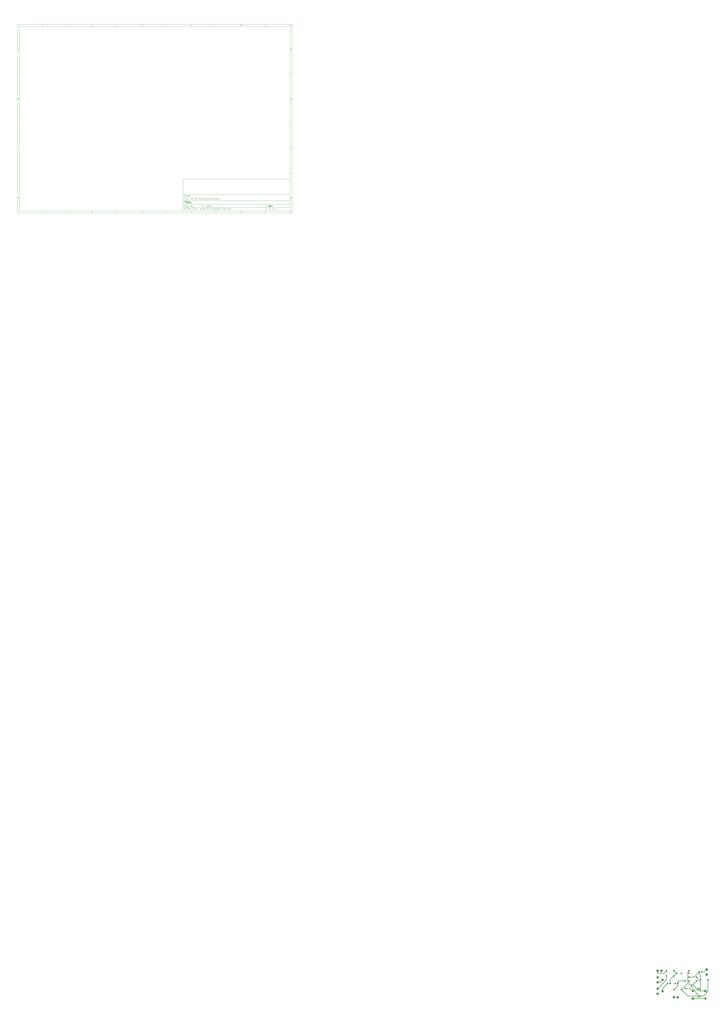
<source format=gtl>
G04 #@! TF.GenerationSoftware,KiCad,Pcbnew,5.1.5+dfsg1-2build2*
G04 #@! TF.CreationDate,2020-06-12T12:31:15-06:00*
G04 #@! TF.ProjectId,JAT 3t amplifier,4a415420-3374-4206-916d-706c69666965,rev?*
G04 #@! TF.SameCoordinates,Original*
G04 #@! TF.FileFunction,Copper,L1,Top*
G04 #@! TF.FilePolarity,Positive*
%FSLAX46Y46*%
G04 Gerber Fmt 4.6, Leading zero omitted, Abs format (unit mm)*
G04 Created by KiCad (PCBNEW 5.1.5+dfsg1-2build2) date 2020-06-12 12:31:15*
%MOMM*%
%LPD*%
G04 APERTURE LIST*
%ADD10C,0.100000*%
%ADD11C,0.150000*%
%ADD12C,0.300000*%
%ADD13C,0.400000*%
%ADD14C,2.499360*%
%ADD15C,2.340000*%
%ADD16O,1.600000X1.600000*%
%ADD17C,1.600000*%
%ADD18R,1.600000X1.600000*%
%ADD19R,1.300000X1.300000*%
%ADD20C,1.300000*%
%ADD21O,2.200000X2.200000*%
%ADD22R,2.200000X2.200000*%
%ADD23C,0.500000*%
G04 APERTURE END LIST*
D10*
D11*
X177002200Y-166007200D02*
X177002200Y-198007200D01*
X285002200Y-198007200D01*
X285002200Y-166007200D01*
X177002200Y-166007200D01*
D10*
D11*
X10000000Y-10000000D02*
X10000000Y-200007200D01*
X287002200Y-200007200D01*
X287002200Y-10000000D01*
X10000000Y-10000000D01*
D10*
D11*
X12000000Y-12000000D02*
X12000000Y-198007200D01*
X285002200Y-198007200D01*
X285002200Y-12000000D01*
X12000000Y-12000000D01*
D10*
D11*
X60000000Y-12000000D02*
X60000000Y-10000000D01*
D10*
D11*
X110000000Y-12000000D02*
X110000000Y-10000000D01*
D10*
D11*
X160000000Y-12000000D02*
X160000000Y-10000000D01*
D10*
D11*
X210000000Y-12000000D02*
X210000000Y-10000000D01*
D10*
D11*
X260000000Y-12000000D02*
X260000000Y-10000000D01*
D10*
D11*
X36065476Y-11588095D02*
X35322619Y-11588095D01*
X35694047Y-11588095D02*
X35694047Y-10288095D01*
X35570238Y-10473809D01*
X35446428Y-10597619D01*
X35322619Y-10659523D01*
D10*
D11*
X85322619Y-10411904D02*
X85384523Y-10350000D01*
X85508333Y-10288095D01*
X85817857Y-10288095D01*
X85941666Y-10350000D01*
X86003571Y-10411904D01*
X86065476Y-10535714D01*
X86065476Y-10659523D01*
X86003571Y-10845238D01*
X85260714Y-11588095D01*
X86065476Y-11588095D01*
D10*
D11*
X135260714Y-10288095D02*
X136065476Y-10288095D01*
X135632142Y-10783333D01*
X135817857Y-10783333D01*
X135941666Y-10845238D01*
X136003571Y-10907142D01*
X136065476Y-11030952D01*
X136065476Y-11340476D01*
X136003571Y-11464285D01*
X135941666Y-11526190D01*
X135817857Y-11588095D01*
X135446428Y-11588095D01*
X135322619Y-11526190D01*
X135260714Y-11464285D01*
D10*
D11*
X185941666Y-10721428D02*
X185941666Y-11588095D01*
X185632142Y-10226190D02*
X185322619Y-11154761D01*
X186127380Y-11154761D01*
D10*
D11*
X236003571Y-10288095D02*
X235384523Y-10288095D01*
X235322619Y-10907142D01*
X235384523Y-10845238D01*
X235508333Y-10783333D01*
X235817857Y-10783333D01*
X235941666Y-10845238D01*
X236003571Y-10907142D01*
X236065476Y-11030952D01*
X236065476Y-11340476D01*
X236003571Y-11464285D01*
X235941666Y-11526190D01*
X235817857Y-11588095D01*
X235508333Y-11588095D01*
X235384523Y-11526190D01*
X235322619Y-11464285D01*
D10*
D11*
X285941666Y-10288095D02*
X285694047Y-10288095D01*
X285570238Y-10350000D01*
X285508333Y-10411904D01*
X285384523Y-10597619D01*
X285322619Y-10845238D01*
X285322619Y-11340476D01*
X285384523Y-11464285D01*
X285446428Y-11526190D01*
X285570238Y-11588095D01*
X285817857Y-11588095D01*
X285941666Y-11526190D01*
X286003571Y-11464285D01*
X286065476Y-11340476D01*
X286065476Y-11030952D01*
X286003571Y-10907142D01*
X285941666Y-10845238D01*
X285817857Y-10783333D01*
X285570238Y-10783333D01*
X285446428Y-10845238D01*
X285384523Y-10907142D01*
X285322619Y-11030952D01*
D10*
D11*
X60000000Y-198007200D02*
X60000000Y-200007200D01*
D10*
D11*
X110000000Y-198007200D02*
X110000000Y-200007200D01*
D10*
D11*
X160000000Y-198007200D02*
X160000000Y-200007200D01*
D10*
D11*
X210000000Y-198007200D02*
X210000000Y-200007200D01*
D10*
D11*
X260000000Y-198007200D02*
X260000000Y-200007200D01*
D10*
D11*
X36065476Y-199595295D02*
X35322619Y-199595295D01*
X35694047Y-199595295D02*
X35694047Y-198295295D01*
X35570238Y-198481009D01*
X35446428Y-198604819D01*
X35322619Y-198666723D01*
D10*
D11*
X85322619Y-198419104D02*
X85384523Y-198357200D01*
X85508333Y-198295295D01*
X85817857Y-198295295D01*
X85941666Y-198357200D01*
X86003571Y-198419104D01*
X86065476Y-198542914D01*
X86065476Y-198666723D01*
X86003571Y-198852438D01*
X85260714Y-199595295D01*
X86065476Y-199595295D01*
D10*
D11*
X135260714Y-198295295D02*
X136065476Y-198295295D01*
X135632142Y-198790533D01*
X135817857Y-198790533D01*
X135941666Y-198852438D01*
X136003571Y-198914342D01*
X136065476Y-199038152D01*
X136065476Y-199347676D01*
X136003571Y-199471485D01*
X135941666Y-199533390D01*
X135817857Y-199595295D01*
X135446428Y-199595295D01*
X135322619Y-199533390D01*
X135260714Y-199471485D01*
D10*
D11*
X185941666Y-198728628D02*
X185941666Y-199595295D01*
X185632142Y-198233390D02*
X185322619Y-199161961D01*
X186127380Y-199161961D01*
D10*
D11*
X236003571Y-198295295D02*
X235384523Y-198295295D01*
X235322619Y-198914342D01*
X235384523Y-198852438D01*
X235508333Y-198790533D01*
X235817857Y-198790533D01*
X235941666Y-198852438D01*
X236003571Y-198914342D01*
X236065476Y-199038152D01*
X236065476Y-199347676D01*
X236003571Y-199471485D01*
X235941666Y-199533390D01*
X235817857Y-199595295D01*
X235508333Y-199595295D01*
X235384523Y-199533390D01*
X235322619Y-199471485D01*
D10*
D11*
X285941666Y-198295295D02*
X285694047Y-198295295D01*
X285570238Y-198357200D01*
X285508333Y-198419104D01*
X285384523Y-198604819D01*
X285322619Y-198852438D01*
X285322619Y-199347676D01*
X285384523Y-199471485D01*
X285446428Y-199533390D01*
X285570238Y-199595295D01*
X285817857Y-199595295D01*
X285941666Y-199533390D01*
X286003571Y-199471485D01*
X286065476Y-199347676D01*
X286065476Y-199038152D01*
X286003571Y-198914342D01*
X285941666Y-198852438D01*
X285817857Y-198790533D01*
X285570238Y-198790533D01*
X285446428Y-198852438D01*
X285384523Y-198914342D01*
X285322619Y-199038152D01*
D10*
D11*
X10000000Y-60000000D02*
X12000000Y-60000000D01*
D10*
D11*
X10000000Y-110000000D02*
X12000000Y-110000000D01*
D10*
D11*
X10000000Y-160000000D02*
X12000000Y-160000000D01*
D10*
D11*
X10690476Y-35216666D02*
X11309523Y-35216666D01*
X10566666Y-35588095D02*
X11000000Y-34288095D01*
X11433333Y-35588095D01*
D10*
D11*
X11092857Y-84907142D02*
X11278571Y-84969047D01*
X11340476Y-85030952D01*
X11402380Y-85154761D01*
X11402380Y-85340476D01*
X11340476Y-85464285D01*
X11278571Y-85526190D01*
X11154761Y-85588095D01*
X10659523Y-85588095D01*
X10659523Y-84288095D01*
X11092857Y-84288095D01*
X11216666Y-84350000D01*
X11278571Y-84411904D01*
X11340476Y-84535714D01*
X11340476Y-84659523D01*
X11278571Y-84783333D01*
X11216666Y-84845238D01*
X11092857Y-84907142D01*
X10659523Y-84907142D01*
D10*
D11*
X11402380Y-135464285D02*
X11340476Y-135526190D01*
X11154761Y-135588095D01*
X11030952Y-135588095D01*
X10845238Y-135526190D01*
X10721428Y-135402380D01*
X10659523Y-135278571D01*
X10597619Y-135030952D01*
X10597619Y-134845238D01*
X10659523Y-134597619D01*
X10721428Y-134473809D01*
X10845238Y-134350000D01*
X11030952Y-134288095D01*
X11154761Y-134288095D01*
X11340476Y-134350000D01*
X11402380Y-134411904D01*
D10*
D11*
X10659523Y-185588095D02*
X10659523Y-184288095D01*
X10969047Y-184288095D01*
X11154761Y-184350000D01*
X11278571Y-184473809D01*
X11340476Y-184597619D01*
X11402380Y-184845238D01*
X11402380Y-185030952D01*
X11340476Y-185278571D01*
X11278571Y-185402380D01*
X11154761Y-185526190D01*
X10969047Y-185588095D01*
X10659523Y-185588095D01*
D10*
D11*
X287002200Y-60000000D02*
X285002200Y-60000000D01*
D10*
D11*
X287002200Y-110000000D02*
X285002200Y-110000000D01*
D10*
D11*
X287002200Y-160000000D02*
X285002200Y-160000000D01*
D10*
D11*
X285692676Y-35216666D02*
X286311723Y-35216666D01*
X285568866Y-35588095D02*
X286002200Y-34288095D01*
X286435533Y-35588095D01*
D10*
D11*
X286095057Y-84907142D02*
X286280771Y-84969047D01*
X286342676Y-85030952D01*
X286404580Y-85154761D01*
X286404580Y-85340476D01*
X286342676Y-85464285D01*
X286280771Y-85526190D01*
X286156961Y-85588095D01*
X285661723Y-85588095D01*
X285661723Y-84288095D01*
X286095057Y-84288095D01*
X286218866Y-84350000D01*
X286280771Y-84411904D01*
X286342676Y-84535714D01*
X286342676Y-84659523D01*
X286280771Y-84783333D01*
X286218866Y-84845238D01*
X286095057Y-84907142D01*
X285661723Y-84907142D01*
D10*
D11*
X286404580Y-135464285D02*
X286342676Y-135526190D01*
X286156961Y-135588095D01*
X286033152Y-135588095D01*
X285847438Y-135526190D01*
X285723628Y-135402380D01*
X285661723Y-135278571D01*
X285599819Y-135030952D01*
X285599819Y-134845238D01*
X285661723Y-134597619D01*
X285723628Y-134473809D01*
X285847438Y-134350000D01*
X286033152Y-134288095D01*
X286156961Y-134288095D01*
X286342676Y-134350000D01*
X286404580Y-134411904D01*
D10*
D11*
X285661723Y-185588095D02*
X285661723Y-184288095D01*
X285971247Y-184288095D01*
X286156961Y-184350000D01*
X286280771Y-184473809D01*
X286342676Y-184597619D01*
X286404580Y-184845238D01*
X286404580Y-185030952D01*
X286342676Y-185278571D01*
X286280771Y-185402380D01*
X286156961Y-185526190D01*
X285971247Y-185588095D01*
X285661723Y-185588095D01*
D10*
D11*
X200434342Y-193785771D02*
X200434342Y-192285771D01*
X200791485Y-192285771D01*
X201005771Y-192357200D01*
X201148628Y-192500057D01*
X201220057Y-192642914D01*
X201291485Y-192928628D01*
X201291485Y-193142914D01*
X201220057Y-193428628D01*
X201148628Y-193571485D01*
X201005771Y-193714342D01*
X200791485Y-193785771D01*
X200434342Y-193785771D01*
X202577200Y-193785771D02*
X202577200Y-193000057D01*
X202505771Y-192857200D01*
X202362914Y-192785771D01*
X202077200Y-192785771D01*
X201934342Y-192857200D01*
X202577200Y-193714342D02*
X202434342Y-193785771D01*
X202077200Y-193785771D01*
X201934342Y-193714342D01*
X201862914Y-193571485D01*
X201862914Y-193428628D01*
X201934342Y-193285771D01*
X202077200Y-193214342D01*
X202434342Y-193214342D01*
X202577200Y-193142914D01*
X203077200Y-192785771D02*
X203648628Y-192785771D01*
X203291485Y-192285771D02*
X203291485Y-193571485D01*
X203362914Y-193714342D01*
X203505771Y-193785771D01*
X203648628Y-193785771D01*
X204720057Y-193714342D02*
X204577200Y-193785771D01*
X204291485Y-193785771D01*
X204148628Y-193714342D01*
X204077200Y-193571485D01*
X204077200Y-193000057D01*
X204148628Y-192857200D01*
X204291485Y-192785771D01*
X204577200Y-192785771D01*
X204720057Y-192857200D01*
X204791485Y-193000057D01*
X204791485Y-193142914D01*
X204077200Y-193285771D01*
X205434342Y-193642914D02*
X205505771Y-193714342D01*
X205434342Y-193785771D01*
X205362914Y-193714342D01*
X205434342Y-193642914D01*
X205434342Y-193785771D01*
X205434342Y-192857200D02*
X205505771Y-192928628D01*
X205434342Y-193000057D01*
X205362914Y-192928628D01*
X205434342Y-192857200D01*
X205434342Y-193000057D01*
D10*
D11*
X177002200Y-194507200D02*
X285002200Y-194507200D01*
D10*
D11*
X178434342Y-196585771D02*
X178434342Y-195085771D01*
X179291485Y-196585771D02*
X178648628Y-195728628D01*
X179291485Y-195085771D02*
X178434342Y-195942914D01*
X179934342Y-196585771D02*
X179934342Y-195585771D01*
X179934342Y-195085771D02*
X179862914Y-195157200D01*
X179934342Y-195228628D01*
X180005771Y-195157200D01*
X179934342Y-195085771D01*
X179934342Y-195228628D01*
X181505771Y-196442914D02*
X181434342Y-196514342D01*
X181220057Y-196585771D01*
X181077200Y-196585771D01*
X180862914Y-196514342D01*
X180720057Y-196371485D01*
X180648628Y-196228628D01*
X180577200Y-195942914D01*
X180577200Y-195728628D01*
X180648628Y-195442914D01*
X180720057Y-195300057D01*
X180862914Y-195157200D01*
X181077200Y-195085771D01*
X181220057Y-195085771D01*
X181434342Y-195157200D01*
X181505771Y-195228628D01*
X182791485Y-196585771D02*
X182791485Y-195800057D01*
X182720057Y-195657200D01*
X182577200Y-195585771D01*
X182291485Y-195585771D01*
X182148628Y-195657200D01*
X182791485Y-196514342D02*
X182648628Y-196585771D01*
X182291485Y-196585771D01*
X182148628Y-196514342D01*
X182077200Y-196371485D01*
X182077200Y-196228628D01*
X182148628Y-196085771D01*
X182291485Y-196014342D01*
X182648628Y-196014342D01*
X182791485Y-195942914D01*
X184148628Y-196585771D02*
X184148628Y-195085771D01*
X184148628Y-196514342D02*
X184005771Y-196585771D01*
X183720057Y-196585771D01*
X183577200Y-196514342D01*
X183505771Y-196442914D01*
X183434342Y-196300057D01*
X183434342Y-195871485D01*
X183505771Y-195728628D01*
X183577200Y-195657200D01*
X183720057Y-195585771D01*
X184005771Y-195585771D01*
X184148628Y-195657200D01*
X186005771Y-195800057D02*
X186505771Y-195800057D01*
X186720057Y-196585771D02*
X186005771Y-196585771D01*
X186005771Y-195085771D01*
X186720057Y-195085771D01*
X187362914Y-196442914D02*
X187434342Y-196514342D01*
X187362914Y-196585771D01*
X187291485Y-196514342D01*
X187362914Y-196442914D01*
X187362914Y-196585771D01*
X188077200Y-196585771D02*
X188077200Y-195085771D01*
X188434342Y-195085771D01*
X188648628Y-195157200D01*
X188791485Y-195300057D01*
X188862914Y-195442914D01*
X188934342Y-195728628D01*
X188934342Y-195942914D01*
X188862914Y-196228628D01*
X188791485Y-196371485D01*
X188648628Y-196514342D01*
X188434342Y-196585771D01*
X188077200Y-196585771D01*
X189577200Y-196442914D02*
X189648628Y-196514342D01*
X189577200Y-196585771D01*
X189505771Y-196514342D01*
X189577200Y-196442914D01*
X189577200Y-196585771D01*
X190220057Y-196157200D02*
X190934342Y-196157200D01*
X190077200Y-196585771D02*
X190577200Y-195085771D01*
X191077200Y-196585771D01*
X191577200Y-196442914D02*
X191648628Y-196514342D01*
X191577200Y-196585771D01*
X191505771Y-196514342D01*
X191577200Y-196442914D01*
X191577200Y-196585771D01*
X194577200Y-196585771D02*
X194577200Y-195085771D01*
X194720057Y-196014342D02*
X195148628Y-196585771D01*
X195148628Y-195585771D02*
X194577200Y-196157200D01*
X195791485Y-196585771D02*
X195791485Y-195585771D01*
X195791485Y-195085771D02*
X195720057Y-195157200D01*
X195791485Y-195228628D01*
X195862914Y-195157200D01*
X195791485Y-195085771D01*
X195791485Y-195228628D01*
X197148628Y-196514342D02*
X197005771Y-196585771D01*
X196720057Y-196585771D01*
X196577200Y-196514342D01*
X196505771Y-196442914D01*
X196434342Y-196300057D01*
X196434342Y-195871485D01*
X196505771Y-195728628D01*
X196577200Y-195657200D01*
X196720057Y-195585771D01*
X197005771Y-195585771D01*
X197148628Y-195657200D01*
X198434342Y-196585771D02*
X198434342Y-195800057D01*
X198362914Y-195657200D01*
X198220057Y-195585771D01*
X197934342Y-195585771D01*
X197791485Y-195657200D01*
X198434342Y-196514342D02*
X198291485Y-196585771D01*
X197934342Y-196585771D01*
X197791485Y-196514342D01*
X197720057Y-196371485D01*
X197720057Y-196228628D01*
X197791485Y-196085771D01*
X197934342Y-196014342D01*
X198291485Y-196014342D01*
X198434342Y-195942914D01*
X199791485Y-196585771D02*
X199791485Y-195085771D01*
X199791485Y-196514342D02*
X199648628Y-196585771D01*
X199362914Y-196585771D01*
X199220057Y-196514342D01*
X199148628Y-196442914D01*
X199077200Y-196300057D01*
X199077200Y-195871485D01*
X199148628Y-195728628D01*
X199220057Y-195657200D01*
X199362914Y-195585771D01*
X199648628Y-195585771D01*
X199791485Y-195657200D01*
X202362914Y-195085771D02*
X201648628Y-195085771D01*
X201577200Y-195800057D01*
X201648628Y-195728628D01*
X201791485Y-195657200D01*
X202148628Y-195657200D01*
X202291485Y-195728628D01*
X202362914Y-195800057D01*
X202434342Y-195942914D01*
X202434342Y-196300057D01*
X202362914Y-196442914D01*
X202291485Y-196514342D01*
X202148628Y-196585771D01*
X201791485Y-196585771D01*
X201648628Y-196514342D01*
X201577200Y-196442914D01*
X203077200Y-196442914D02*
X203148628Y-196514342D01*
X203077200Y-196585771D01*
X203005771Y-196514342D01*
X203077200Y-196442914D01*
X203077200Y-196585771D01*
X204577200Y-196585771D02*
X203720057Y-196585771D01*
X204148628Y-196585771D02*
X204148628Y-195085771D01*
X204005771Y-195300057D01*
X203862914Y-195442914D01*
X203720057Y-195514342D01*
X205220057Y-196442914D02*
X205291485Y-196514342D01*
X205220057Y-196585771D01*
X205148628Y-196514342D01*
X205220057Y-196442914D01*
X205220057Y-196585771D01*
X206648628Y-195085771D02*
X205934342Y-195085771D01*
X205862914Y-195800057D01*
X205934342Y-195728628D01*
X206077200Y-195657200D01*
X206434342Y-195657200D01*
X206577200Y-195728628D01*
X206648628Y-195800057D01*
X206720057Y-195942914D01*
X206720057Y-196300057D01*
X206648628Y-196442914D01*
X206577200Y-196514342D01*
X206434342Y-196585771D01*
X206077200Y-196585771D01*
X205934342Y-196514342D01*
X205862914Y-196442914D01*
X207362914Y-196014342D02*
X208505771Y-196014342D01*
X207934342Y-196585771D02*
X207934342Y-195442914D01*
X209862914Y-196585771D02*
X209862914Y-195085771D01*
X209862914Y-196514342D02*
X209720057Y-196585771D01*
X209434342Y-196585771D01*
X209291485Y-196514342D01*
X209220057Y-196442914D01*
X209148628Y-196300057D01*
X209148628Y-195871485D01*
X209220057Y-195728628D01*
X209291485Y-195657200D01*
X209434342Y-195585771D01*
X209720057Y-195585771D01*
X209862914Y-195657200D01*
X210362914Y-195585771D02*
X210934342Y-195585771D01*
X210577200Y-196585771D02*
X210577200Y-195300057D01*
X210648628Y-195157200D01*
X210791485Y-195085771D01*
X210934342Y-195085771D01*
X211362914Y-196514342D02*
X211505771Y-196585771D01*
X211791485Y-196585771D01*
X211934342Y-196514342D01*
X212005771Y-196371485D01*
X212005771Y-196300057D01*
X211934342Y-196157200D01*
X211791485Y-196085771D01*
X211577200Y-196085771D01*
X211434342Y-196014342D01*
X211362914Y-195871485D01*
X211362914Y-195800057D01*
X211434342Y-195657200D01*
X211577200Y-195585771D01*
X211791485Y-195585771D01*
X211934342Y-195657200D01*
X213291485Y-195585771D02*
X213291485Y-196800057D01*
X213220057Y-196942914D01*
X213148628Y-197014342D01*
X213005771Y-197085771D01*
X212791485Y-197085771D01*
X212648628Y-197014342D01*
X213291485Y-196514342D02*
X213148628Y-196585771D01*
X212862914Y-196585771D01*
X212720057Y-196514342D01*
X212648628Y-196442914D01*
X212577200Y-196300057D01*
X212577200Y-195871485D01*
X212648628Y-195728628D01*
X212720057Y-195657200D01*
X212862914Y-195585771D01*
X213148628Y-195585771D01*
X213291485Y-195657200D01*
X214791485Y-196585771D02*
X213934342Y-196585771D01*
X214362914Y-196585771D02*
X214362914Y-195085771D01*
X214220057Y-195300057D01*
X214077200Y-195442914D01*
X213934342Y-195514342D01*
X215434342Y-196014342D02*
X216577200Y-196014342D01*
X217220057Y-195228628D02*
X217291485Y-195157200D01*
X217434342Y-195085771D01*
X217791485Y-195085771D01*
X217934342Y-195157200D01*
X218005771Y-195228628D01*
X218077200Y-195371485D01*
X218077200Y-195514342D01*
X218005771Y-195728628D01*
X217148628Y-196585771D01*
X218077200Y-196585771D01*
X218720057Y-196585771D02*
X218720057Y-195085771D01*
X218720057Y-195657200D02*
X218862914Y-195585771D01*
X219148628Y-195585771D01*
X219291485Y-195657200D01*
X219362914Y-195728628D01*
X219434342Y-195871485D01*
X219434342Y-196300057D01*
X219362914Y-196442914D01*
X219291485Y-196514342D01*
X219148628Y-196585771D01*
X218862914Y-196585771D01*
X218720057Y-196514342D01*
X220720057Y-195585771D02*
X220720057Y-196585771D01*
X220077200Y-195585771D02*
X220077200Y-196371485D01*
X220148628Y-196514342D01*
X220291485Y-196585771D01*
X220505771Y-196585771D01*
X220648628Y-196514342D01*
X220720057Y-196442914D01*
X221434342Y-196585771D02*
X221434342Y-195585771D01*
X221434342Y-195085771D02*
X221362914Y-195157200D01*
X221434342Y-195228628D01*
X221505771Y-195157200D01*
X221434342Y-195085771D01*
X221434342Y-195228628D01*
X222362914Y-196585771D02*
X222220057Y-196514342D01*
X222148628Y-196371485D01*
X222148628Y-195085771D01*
X223577200Y-196585771D02*
X223577200Y-195085771D01*
X223577200Y-196514342D02*
X223434342Y-196585771D01*
X223148628Y-196585771D01*
X223005771Y-196514342D01*
X222934342Y-196442914D01*
X222862914Y-196300057D01*
X222862914Y-195871485D01*
X222934342Y-195728628D01*
X223005771Y-195657200D01*
X223148628Y-195585771D01*
X223434342Y-195585771D01*
X223577200Y-195657200D01*
X224220057Y-195228628D02*
X224291485Y-195157200D01*
X224434342Y-195085771D01*
X224791485Y-195085771D01*
X224934342Y-195157200D01*
X225005771Y-195228628D01*
X225077200Y-195371485D01*
X225077200Y-195514342D01*
X225005771Y-195728628D01*
X224148628Y-196585771D01*
X225077200Y-196585771D01*
D10*
D11*
X177002200Y-191507200D02*
X285002200Y-191507200D01*
D10*
D12*
X264411485Y-193785771D02*
X263911485Y-193071485D01*
X263554342Y-193785771D02*
X263554342Y-192285771D01*
X264125771Y-192285771D01*
X264268628Y-192357200D01*
X264340057Y-192428628D01*
X264411485Y-192571485D01*
X264411485Y-192785771D01*
X264340057Y-192928628D01*
X264268628Y-193000057D01*
X264125771Y-193071485D01*
X263554342Y-193071485D01*
X265625771Y-193714342D02*
X265482914Y-193785771D01*
X265197200Y-193785771D01*
X265054342Y-193714342D01*
X264982914Y-193571485D01*
X264982914Y-193000057D01*
X265054342Y-192857200D01*
X265197200Y-192785771D01*
X265482914Y-192785771D01*
X265625771Y-192857200D01*
X265697200Y-193000057D01*
X265697200Y-193142914D01*
X264982914Y-193285771D01*
X266197200Y-192785771D02*
X266554342Y-193785771D01*
X266911485Y-192785771D01*
X267482914Y-193642914D02*
X267554342Y-193714342D01*
X267482914Y-193785771D01*
X267411485Y-193714342D01*
X267482914Y-193642914D01*
X267482914Y-193785771D01*
X267482914Y-192857200D02*
X267554342Y-192928628D01*
X267482914Y-193000057D01*
X267411485Y-192928628D01*
X267482914Y-192857200D01*
X267482914Y-193000057D01*
D10*
D11*
X178362914Y-193714342D02*
X178577200Y-193785771D01*
X178934342Y-193785771D01*
X179077200Y-193714342D01*
X179148628Y-193642914D01*
X179220057Y-193500057D01*
X179220057Y-193357200D01*
X179148628Y-193214342D01*
X179077200Y-193142914D01*
X178934342Y-193071485D01*
X178648628Y-193000057D01*
X178505771Y-192928628D01*
X178434342Y-192857200D01*
X178362914Y-192714342D01*
X178362914Y-192571485D01*
X178434342Y-192428628D01*
X178505771Y-192357200D01*
X178648628Y-192285771D01*
X179005771Y-192285771D01*
X179220057Y-192357200D01*
X179862914Y-193785771D02*
X179862914Y-192785771D01*
X179862914Y-192285771D02*
X179791485Y-192357200D01*
X179862914Y-192428628D01*
X179934342Y-192357200D01*
X179862914Y-192285771D01*
X179862914Y-192428628D01*
X180434342Y-192785771D02*
X181220057Y-192785771D01*
X180434342Y-193785771D01*
X181220057Y-193785771D01*
X182362914Y-193714342D02*
X182220057Y-193785771D01*
X181934342Y-193785771D01*
X181791485Y-193714342D01*
X181720057Y-193571485D01*
X181720057Y-193000057D01*
X181791485Y-192857200D01*
X181934342Y-192785771D01*
X182220057Y-192785771D01*
X182362914Y-192857200D01*
X182434342Y-193000057D01*
X182434342Y-193142914D01*
X181720057Y-193285771D01*
X183077200Y-193642914D02*
X183148628Y-193714342D01*
X183077200Y-193785771D01*
X183005771Y-193714342D01*
X183077200Y-193642914D01*
X183077200Y-193785771D01*
X183077200Y-192857200D02*
X183148628Y-192928628D01*
X183077200Y-193000057D01*
X183005771Y-192928628D01*
X183077200Y-192857200D01*
X183077200Y-193000057D01*
X184862914Y-193357200D02*
X185577200Y-193357200D01*
X184720057Y-193785771D02*
X185220057Y-192285771D01*
X185720057Y-193785771D01*
X186862914Y-192785771D02*
X186862914Y-193785771D01*
X186505771Y-192214342D02*
X186148628Y-193285771D01*
X187077200Y-193285771D01*
D10*
D11*
X263434342Y-196585771D02*
X263434342Y-195085771D01*
X264791485Y-196585771D02*
X264791485Y-195085771D01*
X264791485Y-196514342D02*
X264648628Y-196585771D01*
X264362914Y-196585771D01*
X264220057Y-196514342D01*
X264148628Y-196442914D01*
X264077200Y-196300057D01*
X264077200Y-195871485D01*
X264148628Y-195728628D01*
X264220057Y-195657200D01*
X264362914Y-195585771D01*
X264648628Y-195585771D01*
X264791485Y-195657200D01*
X265505771Y-196442914D02*
X265577200Y-196514342D01*
X265505771Y-196585771D01*
X265434342Y-196514342D01*
X265505771Y-196442914D01*
X265505771Y-196585771D01*
X265505771Y-195657200D02*
X265577200Y-195728628D01*
X265505771Y-195800057D01*
X265434342Y-195728628D01*
X265505771Y-195657200D01*
X265505771Y-195800057D01*
X268148628Y-196585771D02*
X267291485Y-196585771D01*
X267720057Y-196585771D02*
X267720057Y-195085771D01*
X267577200Y-195300057D01*
X267434342Y-195442914D01*
X267291485Y-195514342D01*
X269862914Y-195014342D02*
X268577200Y-196942914D01*
X271148628Y-196585771D02*
X270291485Y-196585771D01*
X270720057Y-196585771D02*
X270720057Y-195085771D01*
X270577200Y-195300057D01*
X270434342Y-195442914D01*
X270291485Y-195514342D01*
D10*
D11*
X177002200Y-187507200D02*
X285002200Y-187507200D01*
D10*
D13*
X178714580Y-188211961D02*
X179857438Y-188211961D01*
X179036009Y-190211961D02*
X179286009Y-188211961D01*
X180274104Y-190211961D02*
X180440771Y-188878628D01*
X180524104Y-188211961D02*
X180416961Y-188307200D01*
X180500295Y-188402438D01*
X180607438Y-188307200D01*
X180524104Y-188211961D01*
X180500295Y-188402438D01*
X181107438Y-188878628D02*
X181869342Y-188878628D01*
X181476485Y-188211961D02*
X181262200Y-189926247D01*
X181333628Y-190116723D01*
X181512200Y-190211961D01*
X181702676Y-190211961D01*
X182655057Y-190211961D02*
X182476485Y-190116723D01*
X182405057Y-189926247D01*
X182619342Y-188211961D01*
X184190771Y-190116723D02*
X183988390Y-190211961D01*
X183607438Y-190211961D01*
X183428866Y-190116723D01*
X183357438Y-189926247D01*
X183452676Y-189164342D01*
X183571723Y-188973866D01*
X183774104Y-188878628D01*
X184155057Y-188878628D01*
X184333628Y-188973866D01*
X184405057Y-189164342D01*
X184381247Y-189354819D01*
X183405057Y-189545295D01*
X185155057Y-190021485D02*
X185238390Y-190116723D01*
X185131247Y-190211961D01*
X185047914Y-190116723D01*
X185155057Y-190021485D01*
X185131247Y-190211961D01*
X185286009Y-188973866D02*
X185369342Y-189069104D01*
X185262200Y-189164342D01*
X185178866Y-189069104D01*
X185286009Y-188973866D01*
X185262200Y-189164342D01*
D10*
D11*
X178934342Y-185600057D02*
X178434342Y-185600057D01*
X178434342Y-186385771D02*
X178434342Y-184885771D01*
X179148628Y-184885771D01*
X179720057Y-186385771D02*
X179720057Y-185385771D01*
X179720057Y-184885771D02*
X179648628Y-184957200D01*
X179720057Y-185028628D01*
X179791485Y-184957200D01*
X179720057Y-184885771D01*
X179720057Y-185028628D01*
X180648628Y-186385771D02*
X180505771Y-186314342D01*
X180434342Y-186171485D01*
X180434342Y-184885771D01*
X181791485Y-186314342D02*
X181648628Y-186385771D01*
X181362914Y-186385771D01*
X181220057Y-186314342D01*
X181148628Y-186171485D01*
X181148628Y-185600057D01*
X181220057Y-185457200D01*
X181362914Y-185385771D01*
X181648628Y-185385771D01*
X181791485Y-185457200D01*
X181862914Y-185600057D01*
X181862914Y-185742914D01*
X181148628Y-185885771D01*
X182505771Y-186242914D02*
X182577200Y-186314342D01*
X182505771Y-186385771D01*
X182434342Y-186314342D01*
X182505771Y-186242914D01*
X182505771Y-186385771D01*
X182505771Y-185457200D02*
X182577200Y-185528628D01*
X182505771Y-185600057D01*
X182434342Y-185528628D01*
X182505771Y-185457200D01*
X182505771Y-185600057D01*
X184791485Y-184885771D02*
X184791485Y-185957200D01*
X184720057Y-186171485D01*
X184577200Y-186314342D01*
X184362914Y-186385771D01*
X184220057Y-186385771D01*
X185434342Y-185957200D02*
X186148628Y-185957200D01*
X185291485Y-186385771D02*
X185791485Y-184885771D01*
X186291485Y-186385771D01*
X186577200Y-184885771D02*
X187434342Y-184885771D01*
X187005771Y-186385771D02*
X187005771Y-184885771D01*
X188934342Y-184885771D02*
X189862914Y-184885771D01*
X189362914Y-185457200D01*
X189577200Y-185457200D01*
X189720057Y-185528628D01*
X189791485Y-185600057D01*
X189862914Y-185742914D01*
X189862914Y-186100057D01*
X189791485Y-186242914D01*
X189720057Y-186314342D01*
X189577200Y-186385771D01*
X189148628Y-186385771D01*
X189005771Y-186314342D01*
X188934342Y-186242914D01*
X190291485Y-185385771D02*
X190862914Y-185385771D01*
X190505771Y-184885771D02*
X190505771Y-186171485D01*
X190577200Y-186314342D01*
X190720057Y-186385771D01*
X190862914Y-186385771D01*
X193148628Y-186385771D02*
X193148628Y-185600057D01*
X193077200Y-185457200D01*
X192934342Y-185385771D01*
X192648628Y-185385771D01*
X192505771Y-185457200D01*
X193148628Y-186314342D02*
X193005771Y-186385771D01*
X192648628Y-186385771D01*
X192505771Y-186314342D01*
X192434342Y-186171485D01*
X192434342Y-186028628D01*
X192505771Y-185885771D01*
X192648628Y-185814342D01*
X193005771Y-185814342D01*
X193148628Y-185742914D01*
X193862914Y-186385771D02*
X193862914Y-185385771D01*
X193862914Y-185528628D02*
X193934342Y-185457200D01*
X194077200Y-185385771D01*
X194291485Y-185385771D01*
X194434342Y-185457200D01*
X194505771Y-185600057D01*
X194505771Y-186385771D01*
X194505771Y-185600057D02*
X194577200Y-185457200D01*
X194720057Y-185385771D01*
X194934342Y-185385771D01*
X195077200Y-185457200D01*
X195148628Y-185600057D01*
X195148628Y-186385771D01*
X195862914Y-185385771D02*
X195862914Y-186885771D01*
X195862914Y-185457200D02*
X196005771Y-185385771D01*
X196291485Y-185385771D01*
X196434342Y-185457200D01*
X196505771Y-185528628D01*
X196577200Y-185671485D01*
X196577200Y-186100057D01*
X196505771Y-186242914D01*
X196434342Y-186314342D01*
X196291485Y-186385771D01*
X196005771Y-186385771D01*
X195862914Y-186314342D01*
X197434342Y-186385771D02*
X197291485Y-186314342D01*
X197220057Y-186171485D01*
X197220057Y-184885771D01*
X198005771Y-186385771D02*
X198005771Y-185385771D01*
X198005771Y-184885771D02*
X197934342Y-184957200D01*
X198005771Y-185028628D01*
X198077200Y-184957200D01*
X198005771Y-184885771D01*
X198005771Y-185028628D01*
X198505771Y-185385771D02*
X199077200Y-185385771D01*
X198720057Y-186385771D02*
X198720057Y-185100057D01*
X198791485Y-184957200D01*
X198934342Y-184885771D01*
X199077200Y-184885771D01*
X199577200Y-186385771D02*
X199577200Y-185385771D01*
X199577200Y-184885771D02*
X199505771Y-184957200D01*
X199577200Y-185028628D01*
X199648628Y-184957200D01*
X199577200Y-184885771D01*
X199577200Y-185028628D01*
X200862914Y-186314342D02*
X200720057Y-186385771D01*
X200434342Y-186385771D01*
X200291485Y-186314342D01*
X200220057Y-186171485D01*
X200220057Y-185600057D01*
X200291485Y-185457200D01*
X200434342Y-185385771D01*
X200720057Y-185385771D01*
X200862914Y-185457200D01*
X200934342Y-185600057D01*
X200934342Y-185742914D01*
X200220057Y-185885771D01*
X201577200Y-186385771D02*
X201577200Y-185385771D01*
X201577200Y-185671485D02*
X201648628Y-185528628D01*
X201720057Y-185457200D01*
X201862914Y-185385771D01*
X202005771Y-185385771D01*
X202505771Y-186242914D02*
X202577200Y-186314342D01*
X202505771Y-186385771D01*
X202434342Y-186314342D01*
X202505771Y-186242914D01*
X202505771Y-186385771D01*
X203220057Y-186385771D02*
X203220057Y-184885771D01*
X203362914Y-185814342D02*
X203791485Y-186385771D01*
X203791485Y-185385771D02*
X203220057Y-185957200D01*
X204434342Y-186385771D02*
X204434342Y-185385771D01*
X204434342Y-184885771D02*
X204362914Y-184957200D01*
X204434342Y-185028628D01*
X204505771Y-184957200D01*
X204434342Y-184885771D01*
X204434342Y-185028628D01*
X205791485Y-186314342D02*
X205648628Y-186385771D01*
X205362914Y-186385771D01*
X205220057Y-186314342D01*
X205148628Y-186242914D01*
X205077200Y-186100057D01*
X205077200Y-185671485D01*
X205148628Y-185528628D01*
X205220057Y-185457200D01*
X205362914Y-185385771D01*
X205648628Y-185385771D01*
X205791485Y-185457200D01*
X207077200Y-186385771D02*
X207077200Y-185600057D01*
X207005771Y-185457200D01*
X206862914Y-185385771D01*
X206577200Y-185385771D01*
X206434342Y-185457200D01*
X207077200Y-186314342D02*
X206934342Y-186385771D01*
X206577200Y-186385771D01*
X206434342Y-186314342D01*
X206362914Y-186171485D01*
X206362914Y-186028628D01*
X206434342Y-185885771D01*
X206577200Y-185814342D01*
X206934342Y-185814342D01*
X207077200Y-185742914D01*
X208434342Y-186385771D02*
X208434342Y-184885771D01*
X208434342Y-186314342D02*
X208291485Y-186385771D01*
X208005771Y-186385771D01*
X207862914Y-186314342D01*
X207791485Y-186242914D01*
X207720057Y-186100057D01*
X207720057Y-185671485D01*
X207791485Y-185528628D01*
X207862914Y-185457200D01*
X208005771Y-185385771D01*
X208291485Y-185385771D01*
X208434342Y-185457200D01*
X208791485Y-186528628D02*
X209934342Y-186528628D01*
X210291485Y-185385771D02*
X210291485Y-186885771D01*
X210291485Y-185457200D02*
X210434342Y-185385771D01*
X210720057Y-185385771D01*
X210862914Y-185457200D01*
X210934342Y-185528628D01*
X211005771Y-185671485D01*
X211005771Y-186100057D01*
X210934342Y-186242914D01*
X210862914Y-186314342D01*
X210720057Y-186385771D01*
X210434342Y-186385771D01*
X210291485Y-186314342D01*
X212291485Y-186314342D02*
X212148628Y-186385771D01*
X211862914Y-186385771D01*
X211720057Y-186314342D01*
X211648628Y-186242914D01*
X211577200Y-186100057D01*
X211577200Y-185671485D01*
X211648628Y-185528628D01*
X211720057Y-185457200D01*
X211862914Y-185385771D01*
X212148628Y-185385771D01*
X212291485Y-185457200D01*
X212934342Y-186385771D02*
X212934342Y-184885771D01*
X212934342Y-185457200D02*
X213077200Y-185385771D01*
X213362914Y-185385771D01*
X213505771Y-185457200D01*
X213577200Y-185528628D01*
X213648628Y-185671485D01*
X213648628Y-186100057D01*
X213577200Y-186242914D01*
X213505771Y-186314342D01*
X213362914Y-186385771D01*
X213077200Y-186385771D01*
X212934342Y-186314342D01*
D10*
D11*
X177002200Y-181507200D02*
X285002200Y-181507200D01*
D10*
D11*
X178362914Y-183614342D02*
X178577200Y-183685771D01*
X178934342Y-183685771D01*
X179077200Y-183614342D01*
X179148628Y-183542914D01*
X179220057Y-183400057D01*
X179220057Y-183257200D01*
X179148628Y-183114342D01*
X179077200Y-183042914D01*
X178934342Y-182971485D01*
X178648628Y-182900057D01*
X178505771Y-182828628D01*
X178434342Y-182757200D01*
X178362914Y-182614342D01*
X178362914Y-182471485D01*
X178434342Y-182328628D01*
X178505771Y-182257200D01*
X178648628Y-182185771D01*
X179005771Y-182185771D01*
X179220057Y-182257200D01*
X179862914Y-183685771D02*
X179862914Y-182185771D01*
X180505771Y-183685771D02*
X180505771Y-182900057D01*
X180434342Y-182757200D01*
X180291485Y-182685771D01*
X180077200Y-182685771D01*
X179934342Y-182757200D01*
X179862914Y-182828628D01*
X181791485Y-183614342D02*
X181648628Y-183685771D01*
X181362914Y-183685771D01*
X181220057Y-183614342D01*
X181148628Y-183471485D01*
X181148628Y-182900057D01*
X181220057Y-182757200D01*
X181362914Y-182685771D01*
X181648628Y-182685771D01*
X181791485Y-182757200D01*
X181862914Y-182900057D01*
X181862914Y-183042914D01*
X181148628Y-183185771D01*
X183077200Y-183614342D02*
X182934342Y-183685771D01*
X182648628Y-183685771D01*
X182505771Y-183614342D01*
X182434342Y-183471485D01*
X182434342Y-182900057D01*
X182505771Y-182757200D01*
X182648628Y-182685771D01*
X182934342Y-182685771D01*
X183077200Y-182757200D01*
X183148628Y-182900057D01*
X183148628Y-183042914D01*
X182434342Y-183185771D01*
X183577200Y-182685771D02*
X184148628Y-182685771D01*
X183791485Y-182185771D02*
X183791485Y-183471485D01*
X183862914Y-183614342D01*
X184005771Y-183685771D01*
X184148628Y-183685771D01*
X184648628Y-183542914D02*
X184720057Y-183614342D01*
X184648628Y-183685771D01*
X184577200Y-183614342D01*
X184648628Y-183542914D01*
X184648628Y-183685771D01*
X184648628Y-182757200D02*
X184720057Y-182828628D01*
X184648628Y-182900057D01*
X184577200Y-182828628D01*
X184648628Y-182757200D01*
X184648628Y-182900057D01*
D10*
D11*
X197002200Y-191507200D02*
X197002200Y-194507200D01*
D10*
D11*
X261002200Y-191507200D02*
X261002200Y-198007200D01*
D14*
X704850000Y-967740000D03*
X659130000Y-963930000D03*
X675640000Y-990600000D03*
X671830000Y-990600000D03*
X704850000Y-962660000D03*
X655320000Y-963930000D03*
D15*
X655425302Y-970590000D03*
X660425302Y-973090000D03*
X655425302Y-975590000D03*
D16*
X671830000Y-982980000D03*
D17*
X679450000Y-982980000D03*
X665520000Y-976630000D03*
D18*
X668020000Y-976630000D03*
D16*
X694690000Y-970280000D03*
D17*
X687070000Y-970280000D03*
D16*
X687070000Y-974090000D03*
D17*
X694690000Y-974090000D03*
D15*
X655425302Y-981990000D03*
X660425302Y-984490000D03*
X655425302Y-986990000D03*
D17*
X679370000Y-966470000D03*
D18*
X674370000Y-966470000D03*
D16*
X698500000Y-972820000D03*
D17*
X706120000Y-972820000D03*
D16*
X683260000Y-981710000D03*
D17*
X683260000Y-974090000D03*
D16*
X671830000Y-969010000D03*
D17*
X664210000Y-969010000D03*
D16*
X664210000Y-963930000D03*
D17*
X671830000Y-963930000D03*
D19*
X695960000Y-982980000D03*
D20*
X698500000Y-982980000D03*
X697230000Y-981710000D03*
D19*
X698500000Y-989330000D03*
D20*
X695960000Y-989330000D03*
X697230000Y-990600000D03*
D19*
X689610000Y-979170000D03*
D20*
X692150000Y-979170000D03*
X690880000Y-977900000D03*
D21*
X703580000Y-991870000D03*
D22*
X703580000Y-984250000D03*
D21*
X690880000Y-984250000D03*
D22*
X690880000Y-991870000D03*
D17*
X699730000Y-965200000D03*
D18*
X697230000Y-965200000D03*
D17*
X687070000Y-966430000D03*
D18*
X687070000Y-963930000D03*
D17*
X673140000Y-976630000D03*
D18*
X675640000Y-976630000D03*
D23*
X692270000Y-982980000D02*
X695960000Y-982980000D01*
X689610000Y-980320000D02*
X692270000Y-982980000D01*
X689610000Y-979170000D02*
X689610000Y-980320000D01*
X689610000Y-978020000D02*
X689610000Y-979170000D01*
X689450000Y-977860000D02*
X689610000Y-978020000D01*
X687150000Y-977860000D02*
X689450000Y-977860000D01*
X687070000Y-977780000D02*
X687150000Y-977860000D01*
X687070000Y-974090000D02*
X687070000Y-977780000D01*
X664210000Y-973205302D02*
X664210000Y-969010000D01*
X655425302Y-981990000D02*
X664210000Y-973205302D01*
X668020000Y-972820000D02*
X671830000Y-969010000D01*
X668020000Y-976630000D02*
X668020000Y-972820000D01*
X671830000Y-969010000D02*
X674370000Y-966470000D01*
X674370000Y-966470000D02*
X671830000Y-963930000D01*
X660425302Y-981724698D02*
X665520000Y-976630000D01*
X660425302Y-984490000D02*
X660425302Y-981724698D01*
X698500000Y-972820000D02*
X698500000Y-967740000D01*
X692180000Y-970280000D02*
X695960000Y-966500000D01*
X687070000Y-970280000D02*
X692180000Y-970280000D01*
X698470000Y-967740000D02*
X698500000Y-967740000D01*
X697230000Y-966500000D02*
X698470000Y-967740000D01*
X697230000Y-965200000D02*
X697230000Y-966500000D01*
X695960000Y-966470000D02*
X697230000Y-965200000D01*
X695960000Y-966500000D02*
X695960000Y-966470000D01*
X682128630Y-974090000D02*
X683260000Y-974090000D01*
X675640000Y-975330000D02*
X676880000Y-974090000D01*
X675640000Y-976630000D02*
X675640000Y-975330000D01*
X675640000Y-979170000D02*
X675640000Y-976630000D01*
X671830000Y-982980000D02*
X675640000Y-979170000D01*
X683260000Y-974090000D02*
X676910000Y-974090000D01*
X679450000Y-982980000D02*
X685800000Y-989330000D01*
X685800000Y-989330000D02*
X695960000Y-989330000D01*
X685819999Y-976610001D02*
X679450000Y-982980000D01*
X685819999Y-965180001D02*
X685819999Y-976610001D01*
X687070000Y-963930000D02*
X685819999Y-965180001D01*
X702310000Y-965200000D02*
X704850000Y-962660000D01*
X699730000Y-965200000D02*
X702310000Y-965200000D01*
X688340000Y-981710000D02*
X690880000Y-984250000D01*
X683260000Y-981710000D02*
X688340000Y-981710000D01*
X697230000Y-988971998D02*
X697230000Y-990600000D01*
X692508002Y-984250000D02*
X697230000Y-988971998D01*
X690880000Y-984250000D02*
X692508002Y-984250000D01*
X690880000Y-991870000D02*
X703580000Y-991870000D01*
X697659998Y-984250000D02*
X701040001Y-984250000D01*
X697230000Y-983820002D02*
X697659998Y-984250000D01*
X697230000Y-981710000D02*
X697230000Y-983820002D01*
X698141998Y-984250000D02*
X703580000Y-984250000D01*
X697230000Y-983338002D02*
X698141998Y-984250000D01*
X697230000Y-981710000D02*
X697230000Y-983338002D01*
X697230000Y-981710000D02*
X694690000Y-981710000D01*
X694690000Y-981710000D02*
X692150000Y-979170000D01*
X690880000Y-977900000D02*
X694690000Y-974090000D01*
X657925302Y-975590000D02*
X660425302Y-973090000D01*
X655425302Y-975590000D02*
X657925302Y-975590000D01*
X698500000Y-989330000D02*
X699650000Y-989330000D01*
X706120000Y-984720002D02*
X706120000Y-972820000D01*
X701510002Y-989330000D02*
X706120000Y-984720002D01*
X698500000Y-989330000D02*
X701510002Y-989330000D01*
X695489999Y-971079999D02*
X694690000Y-970280000D01*
X695489999Y-971660001D02*
X695489999Y-971079999D01*
X698500000Y-974670002D02*
X695489999Y-971660001D01*
X698500000Y-982980000D02*
X698500000Y-974670002D01*
X655320000Y-966470000D02*
X655320000Y-963930000D01*
X661670000Y-966470000D02*
X655320000Y-966470000D01*
X664210000Y-963930000D02*
X661670000Y-966470000D01*
M02*

</source>
